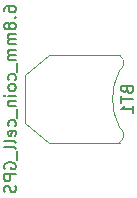
<source format=gbr>
%TF.GenerationSoftware,KiCad,Pcbnew,7.0.7*%
%TF.CreationDate,2024-02-14T21:52:59-05:00*%
%TF.ProjectId,Unified_Board,556e6966-6965-4645-9f42-6f6172642e6b,rev?*%
%TF.SameCoordinates,Original*%
%TF.FileFunction,Legend,Bot*%
%TF.FilePolarity,Positive*%
%FSLAX46Y46*%
G04 Gerber Fmt 4.6, Leading zero omitted, Abs format (unit mm)*
G04 Created by KiCad (PCBNEW 7.0.7) date 2024-02-14 21:52:59*
%MOMM*%
%LPD*%
G01*
G04 APERTURE LIST*
%ADD10C,0.150000*%
%ADD11C,0.120000*%
G04 APERTURE END LIST*
D10*
X155131009Y-83914285D02*
X155178628Y-84057142D01*
X155178628Y-84057142D02*
X155226247Y-84104761D01*
X155226247Y-84104761D02*
X155321485Y-84152380D01*
X155321485Y-84152380D02*
X155464342Y-84152380D01*
X155464342Y-84152380D02*
X155559580Y-84104761D01*
X155559580Y-84104761D02*
X155607200Y-84057142D01*
X155607200Y-84057142D02*
X155654819Y-83961904D01*
X155654819Y-83961904D02*
X155654819Y-83580952D01*
X155654819Y-83580952D02*
X154654819Y-83580952D01*
X154654819Y-83580952D02*
X154654819Y-83914285D01*
X154654819Y-83914285D02*
X154702438Y-84009523D01*
X154702438Y-84009523D02*
X154750057Y-84057142D01*
X154750057Y-84057142D02*
X154845295Y-84104761D01*
X154845295Y-84104761D02*
X154940533Y-84104761D01*
X154940533Y-84104761D02*
X155035771Y-84057142D01*
X155035771Y-84057142D02*
X155083390Y-84009523D01*
X155083390Y-84009523D02*
X155131009Y-83914285D01*
X155131009Y-83914285D02*
X155131009Y-83580952D01*
X154654819Y-84438095D02*
X154654819Y-85009523D01*
X155654819Y-84723809D02*
X154654819Y-84723809D01*
X155654819Y-85866666D02*
X155654819Y-85295238D01*
X155654819Y-85580952D02*
X154654819Y-85580952D01*
X154654819Y-85580952D02*
X154797676Y-85485714D01*
X154797676Y-85485714D02*
X154892914Y-85390476D01*
X154892914Y-85390476D02*
X154940533Y-85295238D01*
X144729819Y-77271428D02*
X144729819Y-77080952D01*
X144729819Y-77080952D02*
X144777438Y-76985714D01*
X144777438Y-76985714D02*
X144825057Y-76938095D01*
X144825057Y-76938095D02*
X144967914Y-76842857D01*
X144967914Y-76842857D02*
X145158390Y-76795238D01*
X145158390Y-76795238D02*
X145539342Y-76795238D01*
X145539342Y-76795238D02*
X145634580Y-76842857D01*
X145634580Y-76842857D02*
X145682200Y-76890476D01*
X145682200Y-76890476D02*
X145729819Y-76985714D01*
X145729819Y-76985714D02*
X145729819Y-77176190D01*
X145729819Y-77176190D02*
X145682200Y-77271428D01*
X145682200Y-77271428D02*
X145634580Y-77319047D01*
X145634580Y-77319047D02*
X145539342Y-77366666D01*
X145539342Y-77366666D02*
X145301247Y-77366666D01*
X145301247Y-77366666D02*
X145206009Y-77319047D01*
X145206009Y-77319047D02*
X145158390Y-77271428D01*
X145158390Y-77271428D02*
X145110771Y-77176190D01*
X145110771Y-77176190D02*
X145110771Y-76985714D01*
X145110771Y-76985714D02*
X145158390Y-76890476D01*
X145158390Y-76890476D02*
X145206009Y-76842857D01*
X145206009Y-76842857D02*
X145301247Y-76795238D01*
X145634580Y-77795238D02*
X145682200Y-77842857D01*
X145682200Y-77842857D02*
X145729819Y-77795238D01*
X145729819Y-77795238D02*
X145682200Y-77747619D01*
X145682200Y-77747619D02*
X145634580Y-77795238D01*
X145634580Y-77795238D02*
X145729819Y-77795238D01*
X145158390Y-78414285D02*
X145110771Y-78319047D01*
X145110771Y-78319047D02*
X145063152Y-78271428D01*
X145063152Y-78271428D02*
X144967914Y-78223809D01*
X144967914Y-78223809D02*
X144920295Y-78223809D01*
X144920295Y-78223809D02*
X144825057Y-78271428D01*
X144825057Y-78271428D02*
X144777438Y-78319047D01*
X144777438Y-78319047D02*
X144729819Y-78414285D01*
X144729819Y-78414285D02*
X144729819Y-78604761D01*
X144729819Y-78604761D02*
X144777438Y-78699999D01*
X144777438Y-78699999D02*
X144825057Y-78747618D01*
X144825057Y-78747618D02*
X144920295Y-78795237D01*
X144920295Y-78795237D02*
X144967914Y-78795237D01*
X144967914Y-78795237D02*
X145063152Y-78747618D01*
X145063152Y-78747618D02*
X145110771Y-78699999D01*
X145110771Y-78699999D02*
X145158390Y-78604761D01*
X145158390Y-78604761D02*
X145158390Y-78414285D01*
X145158390Y-78414285D02*
X145206009Y-78319047D01*
X145206009Y-78319047D02*
X145253628Y-78271428D01*
X145253628Y-78271428D02*
X145348866Y-78223809D01*
X145348866Y-78223809D02*
X145539342Y-78223809D01*
X145539342Y-78223809D02*
X145634580Y-78271428D01*
X145634580Y-78271428D02*
X145682200Y-78319047D01*
X145682200Y-78319047D02*
X145729819Y-78414285D01*
X145729819Y-78414285D02*
X145729819Y-78604761D01*
X145729819Y-78604761D02*
X145682200Y-78699999D01*
X145682200Y-78699999D02*
X145634580Y-78747618D01*
X145634580Y-78747618D02*
X145539342Y-78795237D01*
X145539342Y-78795237D02*
X145348866Y-78795237D01*
X145348866Y-78795237D02*
X145253628Y-78747618D01*
X145253628Y-78747618D02*
X145206009Y-78699999D01*
X145206009Y-78699999D02*
X145158390Y-78604761D01*
X145729819Y-79223809D02*
X145063152Y-79223809D01*
X145158390Y-79223809D02*
X145110771Y-79271428D01*
X145110771Y-79271428D02*
X145063152Y-79366666D01*
X145063152Y-79366666D02*
X145063152Y-79509523D01*
X145063152Y-79509523D02*
X145110771Y-79604761D01*
X145110771Y-79604761D02*
X145206009Y-79652380D01*
X145206009Y-79652380D02*
X145729819Y-79652380D01*
X145206009Y-79652380D02*
X145110771Y-79699999D01*
X145110771Y-79699999D02*
X145063152Y-79795237D01*
X145063152Y-79795237D02*
X145063152Y-79938094D01*
X145063152Y-79938094D02*
X145110771Y-80033333D01*
X145110771Y-80033333D02*
X145206009Y-80080952D01*
X145206009Y-80080952D02*
X145729819Y-80080952D01*
X145729819Y-80557142D02*
X145063152Y-80557142D01*
X145158390Y-80557142D02*
X145110771Y-80604761D01*
X145110771Y-80604761D02*
X145063152Y-80699999D01*
X145063152Y-80699999D02*
X145063152Y-80842856D01*
X145063152Y-80842856D02*
X145110771Y-80938094D01*
X145110771Y-80938094D02*
X145206009Y-80985713D01*
X145206009Y-80985713D02*
X145729819Y-80985713D01*
X145206009Y-80985713D02*
X145110771Y-81033332D01*
X145110771Y-81033332D02*
X145063152Y-81128570D01*
X145063152Y-81128570D02*
X145063152Y-81271427D01*
X145063152Y-81271427D02*
X145110771Y-81366666D01*
X145110771Y-81366666D02*
X145206009Y-81414285D01*
X145206009Y-81414285D02*
X145729819Y-81414285D01*
X145825057Y-81652380D02*
X145825057Y-82414284D01*
X145682200Y-83080951D02*
X145729819Y-82985713D01*
X145729819Y-82985713D02*
X145729819Y-82795237D01*
X145729819Y-82795237D02*
X145682200Y-82699999D01*
X145682200Y-82699999D02*
X145634580Y-82652380D01*
X145634580Y-82652380D02*
X145539342Y-82604761D01*
X145539342Y-82604761D02*
X145253628Y-82604761D01*
X145253628Y-82604761D02*
X145158390Y-82652380D01*
X145158390Y-82652380D02*
X145110771Y-82699999D01*
X145110771Y-82699999D02*
X145063152Y-82795237D01*
X145063152Y-82795237D02*
X145063152Y-82985713D01*
X145063152Y-82985713D02*
X145110771Y-83080951D01*
X145729819Y-83652380D02*
X145682200Y-83557142D01*
X145682200Y-83557142D02*
X145634580Y-83509523D01*
X145634580Y-83509523D02*
X145539342Y-83461904D01*
X145539342Y-83461904D02*
X145253628Y-83461904D01*
X145253628Y-83461904D02*
X145158390Y-83509523D01*
X145158390Y-83509523D02*
X145110771Y-83557142D01*
X145110771Y-83557142D02*
X145063152Y-83652380D01*
X145063152Y-83652380D02*
X145063152Y-83795237D01*
X145063152Y-83795237D02*
X145110771Y-83890475D01*
X145110771Y-83890475D02*
X145158390Y-83938094D01*
X145158390Y-83938094D02*
X145253628Y-83985713D01*
X145253628Y-83985713D02*
X145539342Y-83985713D01*
X145539342Y-83985713D02*
X145634580Y-83938094D01*
X145634580Y-83938094D02*
X145682200Y-83890475D01*
X145682200Y-83890475D02*
X145729819Y-83795237D01*
X145729819Y-83795237D02*
X145729819Y-83652380D01*
X145729819Y-84414285D02*
X145063152Y-84414285D01*
X144729819Y-84414285D02*
X144777438Y-84366666D01*
X144777438Y-84366666D02*
X144825057Y-84414285D01*
X144825057Y-84414285D02*
X144777438Y-84461904D01*
X144777438Y-84461904D02*
X144729819Y-84414285D01*
X144729819Y-84414285D02*
X144825057Y-84414285D01*
X145063152Y-84890475D02*
X145729819Y-84890475D01*
X145158390Y-84890475D02*
X145110771Y-84938094D01*
X145110771Y-84938094D02*
X145063152Y-85033332D01*
X145063152Y-85033332D02*
X145063152Y-85176189D01*
X145063152Y-85176189D02*
X145110771Y-85271427D01*
X145110771Y-85271427D02*
X145206009Y-85319046D01*
X145206009Y-85319046D02*
X145729819Y-85319046D01*
X145825057Y-85557142D02*
X145825057Y-86319046D01*
X145682200Y-86985713D02*
X145729819Y-86890475D01*
X145729819Y-86890475D02*
X145729819Y-86699999D01*
X145729819Y-86699999D02*
X145682200Y-86604761D01*
X145682200Y-86604761D02*
X145634580Y-86557142D01*
X145634580Y-86557142D02*
X145539342Y-86509523D01*
X145539342Y-86509523D02*
X145253628Y-86509523D01*
X145253628Y-86509523D02*
X145158390Y-86557142D01*
X145158390Y-86557142D02*
X145110771Y-86604761D01*
X145110771Y-86604761D02*
X145063152Y-86699999D01*
X145063152Y-86699999D02*
X145063152Y-86890475D01*
X145063152Y-86890475D02*
X145110771Y-86985713D01*
X145682200Y-87795237D02*
X145729819Y-87699999D01*
X145729819Y-87699999D02*
X145729819Y-87509523D01*
X145729819Y-87509523D02*
X145682200Y-87414285D01*
X145682200Y-87414285D02*
X145586961Y-87366666D01*
X145586961Y-87366666D02*
X145206009Y-87366666D01*
X145206009Y-87366666D02*
X145110771Y-87414285D01*
X145110771Y-87414285D02*
X145063152Y-87509523D01*
X145063152Y-87509523D02*
X145063152Y-87699999D01*
X145063152Y-87699999D02*
X145110771Y-87795237D01*
X145110771Y-87795237D02*
X145206009Y-87842856D01*
X145206009Y-87842856D02*
X145301247Y-87842856D01*
X145301247Y-87842856D02*
X145396485Y-87366666D01*
X145729819Y-88414285D02*
X145682200Y-88319047D01*
X145682200Y-88319047D02*
X145586961Y-88271428D01*
X145586961Y-88271428D02*
X144729819Y-88271428D01*
X145729819Y-88938095D02*
X145682200Y-88842857D01*
X145682200Y-88842857D02*
X145586961Y-88795238D01*
X145586961Y-88795238D02*
X144729819Y-88795238D01*
X145825057Y-89080953D02*
X145825057Y-89842857D01*
X144777438Y-90604762D02*
X144729819Y-90509524D01*
X144729819Y-90509524D02*
X144729819Y-90366667D01*
X144729819Y-90366667D02*
X144777438Y-90223810D01*
X144777438Y-90223810D02*
X144872676Y-90128572D01*
X144872676Y-90128572D02*
X144967914Y-90080953D01*
X144967914Y-90080953D02*
X145158390Y-90033334D01*
X145158390Y-90033334D02*
X145301247Y-90033334D01*
X145301247Y-90033334D02*
X145491723Y-90080953D01*
X145491723Y-90080953D02*
X145586961Y-90128572D01*
X145586961Y-90128572D02*
X145682200Y-90223810D01*
X145682200Y-90223810D02*
X145729819Y-90366667D01*
X145729819Y-90366667D02*
X145729819Y-90461905D01*
X145729819Y-90461905D02*
X145682200Y-90604762D01*
X145682200Y-90604762D02*
X145634580Y-90652381D01*
X145634580Y-90652381D02*
X145301247Y-90652381D01*
X145301247Y-90652381D02*
X145301247Y-90461905D01*
X145729819Y-91080953D02*
X144729819Y-91080953D01*
X144729819Y-91080953D02*
X144729819Y-91461905D01*
X144729819Y-91461905D02*
X144777438Y-91557143D01*
X144777438Y-91557143D02*
X144825057Y-91604762D01*
X144825057Y-91604762D02*
X144920295Y-91652381D01*
X144920295Y-91652381D02*
X145063152Y-91652381D01*
X145063152Y-91652381D02*
X145158390Y-91604762D01*
X145158390Y-91604762D02*
X145206009Y-91557143D01*
X145206009Y-91557143D02*
X145253628Y-91461905D01*
X145253628Y-91461905D02*
X145253628Y-91080953D01*
X145682200Y-92033334D02*
X145729819Y-92176191D01*
X145729819Y-92176191D02*
X145729819Y-92414286D01*
X145729819Y-92414286D02*
X145682200Y-92509524D01*
X145682200Y-92509524D02*
X145634580Y-92557143D01*
X145634580Y-92557143D02*
X145539342Y-92604762D01*
X145539342Y-92604762D02*
X145444104Y-92604762D01*
X145444104Y-92604762D02*
X145348866Y-92557143D01*
X145348866Y-92557143D02*
X145301247Y-92509524D01*
X145301247Y-92509524D02*
X145253628Y-92414286D01*
X145253628Y-92414286D02*
X145206009Y-92223810D01*
X145206009Y-92223810D02*
X145158390Y-92128572D01*
X145158390Y-92128572D02*
X145110771Y-92080953D01*
X145110771Y-92080953D02*
X145015533Y-92033334D01*
X145015533Y-92033334D02*
X144920295Y-92033334D01*
X144920295Y-92033334D02*
X144825057Y-92080953D01*
X144825057Y-92080953D02*
X144777438Y-92128572D01*
X144777438Y-92128572D02*
X144729819Y-92223810D01*
X144729819Y-92223810D02*
X144729819Y-92461905D01*
X144729819Y-92461905D02*
X144777438Y-92604762D01*
D11*
%TO.C,BT1*%
X154500000Y-88400000D02*
X148500000Y-88400000D01*
X146500000Y-86700000D02*
X148500000Y-88400000D01*
X146500000Y-86700000D02*
X146500000Y-82700000D01*
X146500000Y-82700000D02*
X148500000Y-81000000D01*
X154500000Y-81000000D02*
X148500000Y-81000000D01*
X154490673Y-88405648D02*
G75*
G03*
X154500000Y-87100000I-390674J655648D01*
G01*
X154495415Y-82308617D02*
G75*
G03*
X154500000Y-87100000I4504582J-2391383D01*
G01*
X154493972Y-82307373D02*
G75*
G03*
X154500000Y-80996277I-393972J657373D01*
G01*
%TD*%
M02*

</source>
